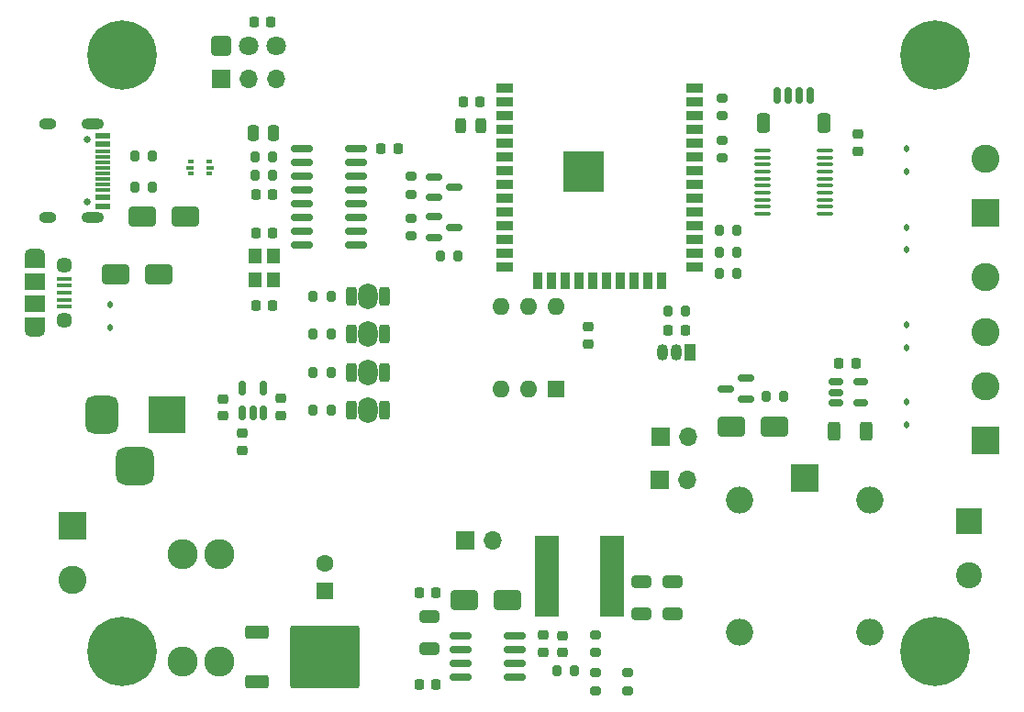
<source format=gbr>
G04 #@! TF.GenerationSoftware,KiCad,Pcbnew,(7.0.0)*
G04 #@! TF.CreationDate,2023-03-27T00:55:10+02:00*
G04 #@! TF.ProjectId,LuminX WLED,4c756d69-6e58-4205-974c-45442e6b6963,1.0*
G04 #@! TF.SameCoordinates,Original*
G04 #@! TF.FileFunction,Soldermask,Top*
G04 #@! TF.FilePolarity,Negative*
%FSLAX46Y46*%
G04 Gerber Fmt 4.6, Leading zero omitted, Abs format (unit mm)*
G04 Created by KiCad (PCBNEW (7.0.0)) date 2023-03-27 00:55:10*
%MOMM*%
%LPD*%
G01*
G04 APERTURE LIST*
G04 Aperture macros list*
%AMRoundRect*
0 Rectangle with rounded corners*
0 $1 Rounding radius*
0 $2 $3 $4 $5 $6 $7 $8 $9 X,Y pos of 4 corners*
0 Add a 4 corners polygon primitive as box body*
4,1,4,$2,$3,$4,$5,$6,$7,$8,$9,$2,$3,0*
0 Add four circle primitives for the rounded corners*
1,1,$1+$1,$2,$3*
1,1,$1+$1,$4,$5*
1,1,$1+$1,$6,$7*
1,1,$1+$1,$8,$9*
0 Add four rect primitives between the rounded corners*
20,1,$1+$1,$2,$3,$4,$5,0*
20,1,$1+$1,$4,$5,$6,$7,0*
20,1,$1+$1,$6,$7,$8,$9,0*
20,1,$1+$1,$8,$9,$2,$3,0*%
G04 Aperture macros list end*
%ADD10RoundRect,0.225000X0.250000X-0.225000X0.250000X0.225000X-0.250000X0.225000X-0.250000X-0.225000X0*%
%ADD11R,2.500000X2.500000*%
%ADD12O,2.500000X2.500000*%
%ADD13RoundRect,0.200000X0.275000X-0.200000X0.275000X0.200000X-0.275000X0.200000X-0.275000X-0.200000X0*%
%ADD14RoundRect,0.250000X1.000000X0.650000X-1.000000X0.650000X-1.000000X-0.650000X1.000000X-0.650000X0*%
%ADD15R,1.700000X1.700000*%
%ADD16O,1.700000X1.700000*%
%ADD17RoundRect,0.200000X0.200000X0.275000X-0.200000X0.275000X-0.200000X-0.275000X0.200000X-0.275000X0*%
%ADD18RoundRect,0.200000X-0.200000X-0.275000X0.200000X-0.275000X0.200000X0.275000X-0.200000X0.275000X0*%
%ADD19R,1.200000X1.400000*%
%ADD20RoundRect,0.200000X-0.275000X0.200000X-0.275000X-0.200000X0.275000X-0.200000X0.275000X0.200000X0*%
%ADD21RoundRect,0.150000X-0.825000X-0.150000X0.825000X-0.150000X0.825000X0.150000X-0.825000X0.150000X0*%
%ADD22C,0.800000*%
%ADD23C,6.400000*%
%ADD24RoundRect,0.150000X0.150000X0.625000X-0.150000X0.625000X-0.150000X-0.625000X0.150000X-0.625000X0*%
%ADD25RoundRect,0.250000X0.350000X0.650000X-0.350000X0.650000X-0.350000X-0.650000X0.350000X-0.650000X0*%
%ADD26RoundRect,0.225000X0.225000X0.250000X-0.225000X0.250000X-0.225000X-0.250000X0.225000X-0.250000X0*%
%ADD27R,2.400000X2.400000*%
%ADD28C,2.400000*%
%ADD29RoundRect,0.100000X-0.637500X-0.100000X0.637500X-0.100000X0.637500X0.100000X-0.637500X0.100000X0*%
%ADD30RoundRect,0.150000X-0.512500X-0.150000X0.512500X-0.150000X0.512500X0.150000X-0.512500X0.150000X0*%
%ADD31O,1.800000X2.400000*%
%ADD32RoundRect,0.190000X0.285000X0.685000X-0.285000X0.685000X-0.285000X-0.685000X0.285000X-0.685000X0*%
%ADD33C,0.650000*%
%ADD34R,1.450000X0.600000*%
%ADD35R,1.450000X0.300000*%
%ADD36O,2.100000X1.000000*%
%ADD37O,1.600000X1.000000*%
%ADD38C,2.780000*%
%ADD39RoundRect,0.225000X-0.225000X-0.250000X0.225000X-0.250000X0.225000X0.250000X-0.225000X0.250000X0*%
%ADD40RoundRect,0.150000X0.587500X0.150000X-0.587500X0.150000X-0.587500X-0.150000X0.587500X-0.150000X0*%
%ADD41RoundRect,0.112500X0.112500X-0.187500X0.112500X0.187500X-0.112500X0.187500X-0.112500X-0.187500X0*%
%ADD42RoundRect,0.150000X-0.587500X-0.150000X0.587500X-0.150000X0.587500X0.150000X-0.587500X0.150000X0*%
%ADD43R,2.600000X2.600000*%
%ADD44C,2.600000*%
%ADD45R,0.500000X0.375000*%
%ADD46R,0.650000X0.300000*%
%ADD47R,3.500000X3.500000*%
%ADD48RoundRect,0.750000X-0.750000X-1.000000X0.750000X-1.000000X0.750000X1.000000X-0.750000X1.000000X0*%
%ADD49RoundRect,0.875000X-0.875000X-0.875000X0.875000X-0.875000X0.875000X0.875000X-0.875000X0.875000X0*%
%ADD50RoundRect,0.243750X0.243750X0.456250X-0.243750X0.456250X-0.243750X-0.456250X0.243750X-0.456250X0*%
%ADD51RoundRect,0.250000X-0.650000X0.325000X-0.650000X-0.325000X0.650000X-0.325000X0.650000X0.325000X0*%
%ADD52R,2.200000X7.500000*%
%ADD53RoundRect,0.250000X0.650000X-0.325000X0.650000X0.325000X-0.650000X0.325000X-0.650000X-0.325000X0*%
%ADD54R,1.600000X1.600000*%
%ADD55C,1.600000*%
%ADD56RoundRect,0.218750X0.256250X-0.218750X0.256250X0.218750X-0.256250X0.218750X-0.256250X-0.218750X0*%
%ADD57R,1.350000X0.400000*%
%ADD58O,1.900000X1.200000*%
%ADD59R,1.900000X1.200000*%
%ADD60C,1.450000*%
%ADD61R,1.900000X1.500000*%
%ADD62R,1.500000X0.900000*%
%ADD63R,0.900000X1.500000*%
%ADD64C,0.600000*%
%ADD65R,3.800000X3.800000*%
%ADD66RoundRect,0.112500X-0.112500X0.187500X-0.112500X-0.187500X0.112500X-0.187500X0.112500X0.187500X0*%
%ADD67RoundRect,0.250000X-0.850000X-0.350000X0.850000X-0.350000X0.850000X0.350000X-0.850000X0.350000X0*%
%ADD68RoundRect,0.249997X-2.950003X-2.650003X2.950003X-2.650003X2.950003X2.650003X-2.950003X2.650003X0*%
%ADD69RoundRect,0.150000X0.150000X-0.512500X0.150000X0.512500X-0.150000X0.512500X-0.150000X-0.512500X0*%
%ADD70RoundRect,0.250000X0.250000X0.475000X-0.250000X0.475000X-0.250000X-0.475000X0.250000X-0.475000X0*%
%ADD71RoundRect,0.225000X-0.250000X0.225000X-0.250000X-0.225000X0.250000X-0.225000X0.250000X0.225000X0*%
%ADD72RoundRect,0.250000X-0.312500X-0.625000X0.312500X-0.625000X0.312500X0.625000X-0.312500X0.625000X0*%
%ADD73R,1.050000X1.500000*%
%ADD74O,1.050000X1.500000*%
%ADD75RoundRect,0.250200X-0.649800X-0.649800X0.649800X-0.649800X0.649800X0.649800X-0.649800X0.649800X0*%
%ADD76C,1.800000*%
%ADD77O,1.600000X1.600000*%
G04 APERTURE END LIST*
D10*
X143500000Y-130425000D03*
X143500000Y-128875000D03*
D11*
X165799998Y-114349999D03*
D12*
X159799998Y-116349999D03*
X159799998Y-128549999D03*
X171799998Y-128549999D03*
X171799998Y-116349999D03*
D13*
X149500000Y-133975000D03*
X149500000Y-132325000D03*
D14*
X106225000Y-95592500D03*
X102225000Y-95592500D03*
D15*
X111974999Y-77499999D03*
D16*
X114514999Y-77499999D03*
X117054999Y-77499999D03*
D17*
X159575000Y-93500000D03*
X157925000Y-93500000D03*
D18*
X120474999Y-104600000D03*
X122124999Y-104600000D03*
D19*
X115074999Y-93874999D03*
X115074999Y-96074999D03*
X116774999Y-96074999D03*
X116774999Y-93874999D03*
D20*
X129500000Y-90375000D03*
X129500000Y-92025000D03*
D21*
X119425000Y-83915000D03*
X119425000Y-85185000D03*
X119425000Y-86455000D03*
X119425000Y-87725000D03*
X119425000Y-88995000D03*
X119425000Y-90265000D03*
X119425000Y-91535000D03*
X119425000Y-92805000D03*
X124375000Y-92805000D03*
X124375000Y-91535000D03*
X124375000Y-90265000D03*
X124375000Y-88995000D03*
X124375000Y-87725000D03*
X124375000Y-86455000D03*
X124375000Y-85185000D03*
X124375000Y-83915000D03*
D17*
X116750000Y-84695000D03*
X115100000Y-84695000D03*
D22*
X175399999Y-130350000D03*
X176102943Y-128652944D03*
X176102943Y-132047056D03*
X177799999Y-127950000D03*
D23*
X177799999Y-130350000D03*
D22*
X177799999Y-132750000D03*
X179497055Y-128652944D03*
X179497055Y-132047056D03*
X180199999Y-130350000D03*
D24*
X166300000Y-79075000D03*
X165300000Y-79075000D03*
X164300000Y-79075000D03*
X163300000Y-79075000D03*
D25*
X167600000Y-81600000D03*
X162000000Y-81600000D03*
D20*
X158200000Y-83175000D03*
X158200000Y-84825000D03*
D26*
X116525000Y-72250000D03*
X114975000Y-72250000D03*
D15*
X134499999Y-120099999D03*
D16*
X137039999Y-120099999D03*
D27*
X180999999Y-118349999D03*
D28*
X181000000Y-123350000D03*
D29*
X161925000Y-84120000D03*
X161925000Y-84770000D03*
X161925000Y-85420000D03*
X161925000Y-86070000D03*
X161925000Y-86720000D03*
X161925000Y-87370000D03*
X161925000Y-88020000D03*
X161925000Y-88670000D03*
X161925000Y-89320000D03*
X161925000Y-89970000D03*
X167650000Y-89970000D03*
X167650000Y-89320000D03*
X167650000Y-88670000D03*
X167650000Y-88020000D03*
X167650000Y-87370000D03*
X167650000Y-86720000D03*
X167650000Y-86070000D03*
X167650000Y-85420000D03*
X167650000Y-84770000D03*
X167650000Y-84120000D03*
D30*
X168700000Y-105500000D03*
X168700000Y-106450000D03*
X168700000Y-107400000D03*
X170975000Y-107400000D03*
X170975000Y-105500000D03*
D31*
X125499998Y-97599999D03*
D32*
X127049999Y-97600000D03*
X123949999Y-97600000D03*
D33*
X99600000Y-83110000D03*
X99600000Y-88890000D03*
D34*
X101044999Y-82749999D03*
X101044999Y-83549999D03*
D35*
X101044999Y-84749999D03*
X101044999Y-85749999D03*
X101044999Y-86249999D03*
X101044999Y-87249999D03*
D34*
X101044999Y-88449999D03*
X101044999Y-89249999D03*
X101044999Y-89249999D03*
X101044999Y-88449999D03*
D35*
X101044999Y-87749999D03*
X101044999Y-86749999D03*
X101044999Y-85249999D03*
X101044999Y-84249999D03*
D34*
X101044999Y-83549999D03*
X101044999Y-82749999D03*
D36*
X100129999Y-81679999D03*
D37*
X95949999Y-81679999D03*
D36*
X100129999Y-90319999D03*
D37*
X95949999Y-90319999D03*
D38*
X111799999Y-121350000D03*
X108399999Y-121350000D03*
X111799999Y-131270000D03*
X108399999Y-131270000D03*
D39*
X153225000Y-100710000D03*
X154775000Y-100710000D03*
D21*
X134100000Y-128895000D03*
X134100000Y-130165000D03*
X134100000Y-131435000D03*
X134100000Y-132705000D03*
X139050000Y-132705000D03*
X139050000Y-131435000D03*
X139050000Y-130165000D03*
X139050000Y-128895000D03*
D40*
X160375000Y-107050000D03*
X160375000Y-105150000D03*
X158500000Y-106100000D03*
D41*
X175250000Y-109450000D03*
X175250000Y-107350000D03*
D42*
X131617500Y-90245000D03*
X131617500Y-92145000D03*
X133492500Y-91195000D03*
D17*
X159575000Y-95500000D03*
X157925000Y-95500000D03*
D26*
X131775000Y-133400000D03*
X130225000Y-133400000D03*
X116725000Y-88195000D03*
X115175000Y-88195000D03*
D39*
X126725000Y-83945000D03*
X128275000Y-83945000D03*
D18*
X120474999Y-101100000D03*
X122124999Y-101100000D03*
D22*
X100399999Y-75350000D03*
X101102943Y-73652944D03*
X101102943Y-77047056D03*
X102799999Y-72950000D03*
D23*
X102799999Y-75350000D03*
D22*
X102799999Y-77750000D03*
X104497055Y-73652944D03*
X104497055Y-77047056D03*
X105199999Y-75350000D03*
D14*
X108650000Y-90262500D03*
X104650000Y-90262500D03*
D31*
X125499998Y-108099999D03*
D32*
X127049999Y-108100000D03*
X123949999Y-108100000D03*
D43*
X182499999Y-110849999D03*
D44*
X182500000Y-105850000D03*
X182500000Y-100850000D03*
X182500000Y-95850000D03*
D45*
X109149999Y-85162499D03*
D46*
X109074999Y-85699999D03*
D45*
X109149999Y-86237499D03*
X110849999Y-86237499D03*
D46*
X110924999Y-85699999D03*
D45*
X110849999Y-85162499D03*
D47*
X106999999Y-108542499D03*
D48*
X101000000Y-108542500D03*
D49*
X104000000Y-113242500D03*
D50*
X135937500Y-81800000D03*
X134062500Y-81800000D03*
D51*
X150750000Y-123900000D03*
X150750000Y-126850000D03*
D15*
X152499999Y-110499999D03*
D16*
X155039999Y-110499999D03*
D14*
X138425000Y-125650000D03*
X134425000Y-125650000D03*
D52*
X141999999Y-123399999D03*
X147999999Y-123399999D03*
D20*
X146500000Y-128825000D03*
X146500000Y-130475000D03*
D53*
X131225000Y-130125000D03*
X131225000Y-127175000D03*
D20*
X158200000Y-79275000D03*
X158200000Y-80925000D03*
D43*
X98249999Y-118749999D03*
D44*
X98250000Y-123750000D03*
D17*
X159575000Y-91500000D03*
X157925000Y-91500000D03*
D31*
X125499998Y-101099999D03*
D32*
X127049999Y-101100000D03*
X123949999Y-101100000D03*
D18*
X153175000Y-98900000D03*
X154825000Y-98900000D03*
X103975000Y-84600000D03*
X105625000Y-84600000D03*
D42*
X131617500Y-86545000D03*
X131617500Y-88445000D03*
X133492500Y-87495000D03*
D54*
X121499998Y-124732379D03*
D55*
X121499999Y-122232380D03*
D56*
X113900000Y-111775000D03*
X113900000Y-110200000D03*
D57*
X97462499Y-95949999D03*
X97462499Y-96599999D03*
X97462499Y-97249999D03*
X97462499Y-97899999D03*
X97462499Y-98549999D03*
D58*
X94762499Y-93749999D03*
D59*
X94762499Y-94349999D03*
D60*
X97462500Y-94750000D03*
D61*
X94762499Y-96249999D03*
X94762499Y-98249999D03*
D60*
X97462500Y-99750000D03*
D59*
X94762499Y-100149999D03*
D58*
X94762499Y-100749999D03*
D14*
X163049999Y-109600000D03*
X159049999Y-109600000D03*
D18*
X120474999Y-97600000D03*
X122124999Y-97600000D03*
D17*
X116750000Y-86395000D03*
X115100000Y-86395000D03*
D41*
X175250000Y-93300000D03*
X175250000Y-91200000D03*
D17*
X163872500Y-106850000D03*
X162222500Y-106850000D03*
D26*
X170525000Y-103750000D03*
X168975000Y-103750000D03*
D22*
X100399999Y-130350000D03*
X101102943Y-128652944D03*
X101102943Y-132047056D03*
X102799999Y-127950000D03*
D23*
X102799999Y-130350000D03*
D22*
X102799999Y-132750000D03*
X104497055Y-128652944D03*
X104497055Y-132047056D03*
X105199999Y-130350000D03*
D62*
X138149999Y-78379999D03*
X138149999Y-79649999D03*
X138149999Y-80919999D03*
X138149999Y-82189999D03*
X138149999Y-83459999D03*
X138149999Y-84729999D03*
X138149999Y-85999999D03*
X138149999Y-87269999D03*
X138149999Y-88539999D03*
X138149999Y-89809999D03*
X138149999Y-91079999D03*
X138149999Y-92349999D03*
X138149999Y-93619999D03*
X138149999Y-94889999D03*
D63*
X141189999Y-96139999D03*
X142459999Y-96139999D03*
X143729999Y-96139999D03*
X144999999Y-96139999D03*
X146269999Y-96139999D03*
X147539999Y-96139999D03*
X148809999Y-96139999D03*
X150079999Y-96139999D03*
X151349999Y-96139999D03*
X152619999Y-96139999D03*
D62*
X155649999Y-94889999D03*
X155649999Y-93619999D03*
X155649999Y-92349999D03*
X155649999Y-91079999D03*
X155649999Y-89809999D03*
X155649999Y-88539999D03*
X155649999Y-87269999D03*
X155649999Y-85999999D03*
X155649999Y-84729999D03*
X155649999Y-83459999D03*
X155649999Y-82189999D03*
X155649999Y-80919999D03*
X155649999Y-79649999D03*
X155649999Y-78379999D03*
D64*
X144000000Y-85400000D03*
X144000000Y-86800000D03*
X144700000Y-84700000D03*
X144700000Y-86100000D03*
X144700000Y-87500000D03*
X145375000Y-85400000D03*
X145375000Y-86800000D03*
D65*
X145399999Y-86099999D03*
D64*
X146100000Y-84700000D03*
X146100000Y-86100000D03*
X146100000Y-87500000D03*
X146800000Y-85400000D03*
X146800000Y-86800000D03*
D10*
X145800000Y-101950000D03*
X145800000Y-100400000D03*
X141650000Y-130400000D03*
X141650000Y-128850000D03*
D17*
X144575000Y-132150000D03*
X142925000Y-132150000D03*
D22*
X175399999Y-75350000D03*
X176102943Y-73652944D03*
X176102943Y-77047056D03*
X177799999Y-72950000D03*
D23*
X177799999Y-75350000D03*
D22*
X177799999Y-77750000D03*
X179497055Y-73652944D03*
X179497055Y-77047056D03*
X180199999Y-75350000D03*
D26*
X135875000Y-79600000D03*
X134325000Y-79600000D03*
D18*
X103975000Y-87500000D03*
X105625000Y-87500000D03*
X120474999Y-108100000D03*
X122124999Y-108100000D03*
D10*
X170700000Y-84175000D03*
X170700000Y-82625000D03*
D66*
X175250000Y-83950000D03*
X175250000Y-86050000D03*
D17*
X133825000Y-93900000D03*
X132175000Y-93900000D03*
D13*
X129500000Y-88150000D03*
X129500000Y-86500000D03*
D41*
X101725000Y-100442500D03*
X101725000Y-98342500D03*
D39*
X115150000Y-91725000D03*
X116700000Y-91725000D03*
D51*
X153650000Y-123900000D03*
X153650000Y-126850000D03*
D39*
X130250000Y-124900000D03*
X131800000Y-124900000D03*
D43*
X182499999Y-89849999D03*
D44*
X182500000Y-84850000D03*
D20*
X146500000Y-132325000D03*
X146500000Y-133975000D03*
D31*
X125499999Y-104599999D03*
D32*
X127050000Y-104600000D03*
X123950000Y-104600000D03*
D66*
X175250000Y-100200000D03*
X175250000Y-102300000D03*
D67*
X115259999Y-128570000D03*
D68*
X121559999Y-130850000D03*
D67*
X115259999Y-133130000D03*
D10*
X117500000Y-108575000D03*
X117500000Y-107025000D03*
D26*
X116725000Y-98475000D03*
X115175000Y-98475000D03*
D69*
X113950000Y-108337500D03*
X114900000Y-108337500D03*
X115850000Y-108337500D03*
X115850000Y-106062500D03*
X113950000Y-106062500D03*
D15*
X152459999Y-114499999D03*
D16*
X154999999Y-114499999D03*
D70*
X116825000Y-82475000D03*
X114925000Y-82475000D03*
D71*
X112100000Y-107050000D03*
X112100000Y-108600000D03*
D72*
X168537500Y-110000000D03*
X171462500Y-110000000D03*
D73*
X155269999Y-102709999D03*
D74*
X153999999Y-102709999D03*
X152729999Y-102709999D03*
D75*
X112000000Y-74500000D03*
D76*
X114540000Y-74500000D03*
X117080000Y-74500000D03*
D54*
X142849998Y-106149999D03*
D77*
X140309998Y-106149999D03*
X137769998Y-106149999D03*
X137769998Y-98529999D03*
X140309998Y-98529999D03*
X142849998Y-98529999D03*
M02*

</source>
